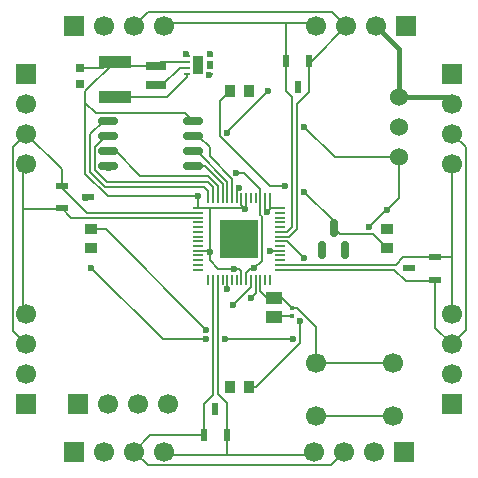
<source format=gbr>
%TF.GenerationSoftware,KiCad,Pcbnew,9.0.6*%
%TF.CreationDate,2025-12-07T19:21:49-08:00*%
%TF.ProjectId,redstone_lamp,72656473-746f-46e6-955f-6c616d702e6b,rev?*%
%TF.SameCoordinates,Original*%
%TF.FileFunction,Copper,L1,Top*%
%TF.FilePolarity,Positive*%
%FSLAX46Y46*%
G04 Gerber Fmt 4.6, Leading zero omitted, Abs format (unit mm)*
G04 Created by KiCad (PCBNEW 9.0.6) date 2025-12-07 19:21:49*
%MOMM*%
%LPD*%
G01*
G04 APERTURE LIST*
G04 Aperture macros list*
%AMRoundRect*
0 Rectangle with rounded corners*
0 $1 Rounding radius*
0 $2 $3 $4 $5 $6 $7 $8 $9 X,Y pos of 4 corners*
0 Add a 4 corners polygon primitive as box body*
4,1,4,$2,$3,$4,$5,$6,$7,$8,$9,$2,$3,0*
0 Add four circle primitives for the rounded corners*
1,1,$1+$1,$2,$3*
1,1,$1+$1,$4,$5*
1,1,$1+$1,$6,$7*
1,1,$1+$1,$8,$9*
0 Add four rect primitives between the rounded corners*
20,1,$1+$1,$2,$3,$4,$5,0*
20,1,$1+$1,$4,$5,$6,$7,0*
20,1,$1+$1,$6,$7,$8,$9,0*
20,1,$1+$1,$8,$9,$2,$3,0*%
G04 Aperture macros list end*
%TA.AperFunction,ComponentPad*%
%ADD10C,1.524000*%
%TD*%
%TA.AperFunction,SMDPad,CuDef*%
%ADD11R,1.000000X0.950000*%
%TD*%
%TA.AperFunction,SMDPad,CuDef*%
%ADD12R,0.950000X1.000000*%
%TD*%
%TA.AperFunction,ComponentPad*%
%ADD13C,1.700000*%
%TD*%
%TA.AperFunction,SMDPad,CuDef*%
%ADD14RoundRect,0.062500X0.187500X0.062500X-0.187500X0.062500X-0.187500X-0.062500X0.187500X-0.062500X0*%
%TD*%
%TA.AperFunction,HeatsinkPad*%
%ADD15C,0.600000*%
%TD*%
%TA.AperFunction,SMDPad,CuDef*%
%ADD16R,0.900000X1.600000*%
%TD*%
%TA.AperFunction,ComponentPad*%
%ADD17R,1.700000X1.700000*%
%TD*%
%TA.AperFunction,SMDPad,CuDef*%
%ADD18R,0.420000X0.460000*%
%TD*%
%TA.AperFunction,SMDPad,CuDef*%
%ADD19R,1.800000X0.800000*%
%TD*%
%TA.AperFunction,SMDPad,CuDef*%
%ADD20R,1.100000X0.600000*%
%TD*%
%TA.AperFunction,SMDPad,CuDef*%
%ADD21R,0.700000X0.650000*%
%TD*%
%TA.AperFunction,SMDPad,CuDef*%
%ADD22R,2.700000X1.100000*%
%TD*%
%TA.AperFunction,SMDPad,CuDef*%
%ADD23RoundRect,0.162500X-0.650000X-0.162500X0.650000X-0.162500X0.650000X0.162500X-0.650000X0.162500X0*%
%TD*%
%TA.AperFunction,SMDPad,CuDef*%
%ADD24RoundRect,0.150000X0.150000X-0.587500X0.150000X0.587500X-0.150000X0.587500X-0.150000X-0.587500X0*%
%TD*%
%TA.AperFunction,SMDPad,CuDef*%
%ADD25RoundRect,0.050000X-0.387500X-0.050000X0.387500X-0.050000X0.387500X0.050000X-0.387500X0.050000X0*%
%TD*%
%TA.AperFunction,SMDPad,CuDef*%
%ADD26RoundRect,0.050000X-0.050000X-0.387500X0.050000X-0.387500X0.050000X0.387500X-0.050000X0.387500X0*%
%TD*%
%TA.AperFunction,HeatsinkPad*%
%ADD27R,3.200000X3.200000*%
%TD*%
%TA.AperFunction,SMDPad,CuDef*%
%ADD28R,1.470000X1.020000*%
%TD*%
%TA.AperFunction,SMDPad,CuDef*%
%ADD29R,0.600000X1.100000*%
%TD*%
%TA.AperFunction,ViaPad*%
%ADD30C,0.600000*%
%TD*%
%TA.AperFunction,Conductor*%
%ADD31C,0.200000*%
%TD*%
%TA.AperFunction,Conductor*%
%ADD32C,0.400000*%
%TD*%
G04 APERTURE END LIST*
D10*
%TO.P,U2,1,Vin*%
%TO.N,VCC*%
X148500000Y-43000000D03*
%TO.P,U2,2,GND*%
%TO.N,GND*%
X148500000Y-45540000D03*
%TO.P,U2,3,Vout*%
%TO.N,/5V_LOCAL*%
X148500000Y-48080000D03*
%TD*%
D11*
%TO.P,D2,1,K*%
%TO.N,Net-(D1-K)*%
X147500000Y-55800000D03*
%TO.P,D2,2,A*%
%TO.N,Net-(D2-A)*%
X147500000Y-54200000D03*
%TD*%
%TO.P,D4,1,K*%
%TO.N,Net-(D1-K)*%
X122500000Y-54200000D03*
%TO.P,D4,2,A*%
%TO.N,Net-(D4-A)*%
X122500000Y-55800000D03*
%TD*%
D12*
%TO.P,D3,1,K*%
%TO.N,Net-(D1-K)*%
X135800000Y-67500000D03*
%TO.P,D3,2,A*%
%TO.N,Net-(D3-A)*%
X134200000Y-67500000D03*
%TD*%
D13*
%TO.P,SW1,1,A*%
%TO.N,/3.3V_LOCAL*%
X148000000Y-70000000D03*
X141500000Y-70000000D03*
%TO.P,SW1,2,B*%
%TO.N,Net-(SW1-B)*%
X148000000Y-65500000D03*
X141500000Y-65500000D03*
%TD*%
D14*
%TO.P,U3,1,PGND*%
%TO.N,GND*%
X132500000Y-41000000D03*
%TO.P,U3,2,VIN*%
%TO.N,/5V_LOCAL*%
X132500000Y-40500000D03*
%TO.P,U3,3,EN*%
X132500000Y-40000000D03*
%TO.P,U3,4,AGND*%
%TO.N,GND*%
X132500000Y-39500000D03*
%TO.P,U3,5,FB*%
X130600000Y-39500000D03*
%TO.P,U3,6,VOS*%
%TO.N,/3.3V_LOCAL*%
X130600000Y-40000000D03*
%TO.P,U3,7,SW*%
%TO.N,Net-(U3-SW)*%
X130600000Y-40500000D03*
%TO.P,U3,8,PG*%
%TO.N,Net-(U3-PG)*%
X130600000Y-41000000D03*
D15*
%TO.P,U3,9,PAD*%
%TO.N,GND*%
X131550000Y-40750000D03*
D16*
X131550000Y-40250000D03*
D15*
X131550000Y-39750000D03*
%TD*%
D17*
%TO.P,J9,1,Pin_1*%
%TO.N,GND*%
X121380000Y-69000000D03*
D13*
%TO.P,J9,2,Pin_2*%
%TO.N,Net-(J9-Pin_2)*%
X123920000Y-69000000D03*
%TO.P,J9,3,Pin_3*%
%TO.N,Net-(J9-Pin_3)*%
X126460000Y-69000000D03*
%TO.P,J9,4,Pin_4*%
%TO.N,/3.3V_LOCAL*%
X129000000Y-69000000D03*
%TD*%
D18*
%TO.P,C7,1,1*%
%TO.N,Net-(SW1-B)*%
X139500000Y-60840000D03*
%TO.P,C7,2,2*%
%TO.N,GND*%
X139500000Y-61500000D03*
%TD*%
D17*
%TO.P,J8,1,Pin_1*%
%TO.N,GND*%
X116975000Y-69000000D03*
D13*
%TO.P,J8,2,Pin_2*%
%TO.N,VCC*%
X116975000Y-66460000D03*
%TO.P,J8,3,Pin_3*%
%TO.N,/W_TX*%
X116975000Y-63920000D03*
%TO.P,J8,4,Pin_4*%
%TO.N,/W_RX*%
X116975000Y-61380000D03*
%TD*%
D17*
%TO.P,J4,1,Pin_1*%
%TO.N,GND*%
X153000000Y-69000000D03*
D13*
%TO.P,J4,2,Pin_2*%
%TO.N,VCC*%
X153000000Y-66460000D03*
%TO.P,J4,3,Pin_3*%
%TO.N,/E_TX*%
X153000000Y-63920000D03*
%TO.P,J4,4,Pin_4*%
%TO.N,/E_RX*%
X153000000Y-61380000D03*
%TD*%
D19*
%TO.P,L1,1,1*%
%TO.N,/3.3V_LOCAL*%
X128000000Y-40400000D03*
%TO.P,L1,2,2*%
%TO.N,Net-(U3-SW)*%
X128000000Y-42000000D03*
%TD*%
D20*
%TO.P,D18,1,K1*%
%TO.N,/E_TX*%
X151600000Y-58450000D03*
%TO.P,D18,2,K2*%
%TO.N,/E_RX*%
X151600000Y-56550000D03*
%TO.P,D18,3,COM_A*%
%TO.N,GND*%
X149400000Y-57500000D03*
%TD*%
D12*
%TO.P,D1,1,K*%
%TO.N,Net-(D1-K)*%
X134200000Y-42500000D03*
%TO.P,D1,2,A*%
%TO.N,Net-(D1-A)*%
X135800000Y-42500000D03*
%TD*%
D17*
%TO.P,J1,1,Pin_1*%
%TO.N,GND*%
X121000000Y-37000000D03*
D13*
%TO.P,J1,2,Pin_2*%
%TO.N,VCC*%
X123540000Y-37000000D03*
%TO.P,J1,3,Pin_3*%
%TO.N,/N_TX*%
X126080000Y-37000000D03*
%TO.P,J1,4,Pin_4*%
%TO.N,/N_RX*%
X128620000Y-37000000D03*
%TD*%
D21*
%TO.P,C5,1,1*%
%TO.N,/3.3V_LOCAL*%
X121500000Y-40500000D03*
%TO.P,C5,2,2*%
%TO.N,GND*%
X121500000Y-41850000D03*
%TD*%
D22*
%TO.P,R17,1*%
%TO.N,/3.3V_LOCAL*%
X124500000Y-40000000D03*
%TO.P,R17,2*%
%TO.N,Net-(U3-PG)*%
X124500000Y-43000000D03*
%TD*%
D17*
%TO.P,J2,1,Pin_1*%
%TO.N,GND*%
X149120000Y-37000000D03*
D13*
%TO.P,J2,2,Pin_2*%
%TO.N,VCC*%
X146580000Y-37000000D03*
%TO.P,J2,3,Pin_3*%
%TO.N,/N_TX*%
X144040000Y-37000000D03*
%TO.P,J2,4,Pin_4*%
%TO.N,/N_RX*%
X141500000Y-37000000D03*
%TD*%
D20*
%TO.P,D21,1,K1*%
%TO.N,/W_TX*%
X120000000Y-50500000D03*
%TO.P,D21,2,K2*%
%TO.N,/W_RX*%
X120000000Y-52400000D03*
%TO.P,D21,3,COM_A*%
%TO.N,GND*%
X122200000Y-51450000D03*
%TD*%
D23*
%TO.P,U5,1,~{CS}*%
%TO.N,Net-(U1-QSPI_SS)*%
X123912500Y-45000000D03*
%TO.P,U5,2,DO/IO_{1}*%
%TO.N,Net-(U1-QSPI_SD1)*%
X123912500Y-46270000D03*
%TO.P,U5,3,~{WP}/IO_{2}*%
%TO.N,Net-(U1-QSPI_SD2)*%
X123912500Y-47540000D03*
%TO.P,U5,4,GND*%
%TO.N,GND*%
X123912500Y-48810000D03*
%TO.P,U5,5,DI/IO_{0}*%
%TO.N,Net-(U1-QSPI_SD0)*%
X131087500Y-48810000D03*
%TO.P,U5,6,CLK*%
%TO.N,Net-(U1-QSPI_SCLK)*%
X131087500Y-47540000D03*
%TO.P,U5,7,~{HOLD}/~{RESET}/IO_{3}*%
%TO.N,Net-(U1-QSPI_SD3)*%
X131087500Y-46270000D03*
%TO.P,U5,8,VCC*%
%TO.N,/3.3V_LOCAL*%
X131087500Y-45000000D03*
%TD*%
D17*
%TO.P,J6,1,Pin_1*%
%TO.N,GND*%
X149000000Y-73025000D03*
D13*
%TO.P,J6,2,Pin_2*%
%TO.N,VCC*%
X146460000Y-73025000D03*
%TO.P,J6,3,Pin_3*%
%TO.N,/S_TX*%
X143920000Y-73025000D03*
%TO.P,J6,4,Pin_4*%
%TO.N,/S_RX*%
X141380000Y-73025000D03*
%TD*%
D24*
%TO.P,Q2,1,B*%
%TO.N,Net-(Q2-B)*%
X142050000Y-55937500D03*
%TO.P,Q2,2,E*%
%TO.N,GND*%
X143950000Y-55937500D03*
%TO.P,Q2,3,C*%
%TO.N,Net-(D1-K)*%
X143000000Y-54062500D03*
%TD*%
D25*
%TO.P,U1,1,IOVDD*%
%TO.N,/3.3V_LOCAL*%
X131562500Y-52400000D03*
%TO.P,U1,2,GPIO0*%
%TO.N,/W_TX*%
X131562500Y-52800001D03*
%TO.P,U1,3,GPIO1*%
%TO.N,/W_RX*%
X131562500Y-53200000D03*
%TO.P,U1,4,GPIO2*%
%TO.N,unconnected-(U1-GPIO2-Pad4)*%
X131562500Y-53600000D03*
%TO.P,U1,5,GPIO3*%
%TO.N,unconnected-(U1-GPIO3-Pad5)*%
X131562500Y-54000000D03*
%TO.P,U1,6,GPIO4*%
%TO.N,unconnected-(U1-GPIO4-Pad6)*%
X131562500Y-54399999D03*
%TO.P,U1,7,GPIO5*%
%TO.N,unconnected-(U1-GPIO5-Pad7)*%
X131562500Y-54800000D03*
%TO.P,U1,8,GPIO6*%
%TO.N,unconnected-(U1-GPIO6-Pad8)*%
X131562500Y-55200000D03*
%TO.P,U1,9,GPIO7*%
%TO.N,unconnected-(U1-GPIO7-Pad9)*%
X131562500Y-55600001D03*
%TO.P,U1,10,IOVDD*%
%TO.N,/3.3V_LOCAL*%
X131562500Y-56000000D03*
%TO.P,U1,11,GPIO8*%
%TO.N,unconnected-(U1-GPIO8-Pad11)*%
X131562500Y-56400000D03*
%TO.P,U1,12,GPIO9*%
%TO.N,unconnected-(U1-GPIO9-Pad12)*%
X131562500Y-56800000D03*
%TO.P,U1,13,GPIO10*%
%TO.N,unconnected-(U1-GPIO10-Pad13)*%
X131562500Y-57199999D03*
%TO.P,U1,14,GPIO11*%
%TO.N,unconnected-(U1-GPIO11-Pad14)*%
X131562500Y-57600000D03*
D26*
%TO.P,U1,15,GPIO12*%
%TO.N,unconnected-(U1-GPIO12-Pad15)*%
X132400000Y-58437500D03*
%TO.P,U1,16,GPIO13*%
%TO.N,/S_TX*%
X132800001Y-58437500D03*
%TO.P,U1,17,GPIO14*%
%TO.N,/S_RX*%
X133200000Y-58437500D03*
%TO.P,U1,18,GPIO15*%
%TO.N,unconnected-(U1-GPIO15-Pad18)*%
X133600000Y-58437500D03*
%TO.P,U1,19,TESTEN*%
%TO.N,GND*%
X134000000Y-58437500D03*
%TO.P,U1,20,XIN*%
%TO.N,unconnected-(U1-XIN-Pad20)*%
X134399999Y-58437500D03*
%TO.P,U1,21,XOUT*%
%TO.N,unconnected-(U1-XOUT-Pad21)*%
X134800000Y-58437500D03*
%TO.P,U1,22,IOVDD*%
%TO.N,/3.3V_LOCAL*%
X135200000Y-58437500D03*
%TO.P,U1,23,DVDD*%
%TO.N,Net-(U1-VREG_VOUT)*%
X135600001Y-58437500D03*
%TO.P,U1,24,SWCLK*%
%TO.N,Net-(J9-Pin_3)*%
X136000000Y-58437500D03*
%TO.P,U1,25,SWD*%
%TO.N,Net-(J9-Pin_2)*%
X136400000Y-58437500D03*
%TO.P,U1,26,RUN*%
%TO.N,Net-(SW1-B)*%
X136800000Y-58437500D03*
%TO.P,U1,27,GPIO16*%
%TO.N,unconnected-(U1-GPIO16-Pad27)*%
X137199999Y-58437500D03*
%TO.P,U1,28,GPIO17*%
%TO.N,unconnected-(U1-GPIO17-Pad28)*%
X137600000Y-58437500D03*
D25*
%TO.P,U1,29,GPIO18*%
%TO.N,/E_TX*%
X138437500Y-57600000D03*
%TO.P,U1,30,GPIO19*%
%TO.N,/E_RX*%
X138437500Y-57199999D03*
%TO.P,U1,31,GPIO20*%
%TO.N,unconnected-(U1-GPIO20-Pad31)*%
X138437500Y-56800000D03*
%TO.P,U1,32,GPIO21*%
%TO.N,unconnected-(U1-GPIO21-Pad32)*%
X138437500Y-56400000D03*
%TO.P,U1,33,IOVDD*%
%TO.N,/3.3V_LOCAL*%
X138437500Y-56000000D03*
%TO.P,U1,34,GPIO22*%
%TO.N,unconnected-(U1-GPIO22-Pad34)*%
X138437500Y-55600001D03*
%TO.P,U1,35,GPIO23*%
%TO.N,Net-(U1-GPIO23)*%
X138437500Y-55200000D03*
%TO.P,U1,36,GPIO24*%
%TO.N,/N_TX*%
X138437500Y-54800000D03*
%TO.P,U1,37,GPIO25*%
%TO.N,/N_RX*%
X138437500Y-54399999D03*
%TO.P,U1,38,GPIO26_ADC0*%
%TO.N,unconnected-(U1-GPIO26_ADC0-Pad38)*%
X138437500Y-54000000D03*
%TO.P,U1,39,GPIO27_ADC1*%
%TO.N,unconnected-(U1-GPIO27_ADC1-Pad39)*%
X138437500Y-53600000D03*
%TO.P,U1,40,GPIO28_ADC2*%
%TO.N,unconnected-(U1-GPIO28_ADC2-Pad40)*%
X138437500Y-53200000D03*
%TO.P,U1,41,GPIO29_ADC3*%
%TO.N,unconnected-(U1-GPIO29_ADC3-Pad41)*%
X138437500Y-52800001D03*
%TO.P,U1,42,IOVDD*%
%TO.N,/3.3V_LOCAL*%
X138437500Y-52400000D03*
D26*
%TO.P,U1,43,ADC_AVDD*%
X137600000Y-51562500D03*
%TO.P,U1,44,VREG_IN*%
X137199999Y-51562500D03*
%TO.P,U1,45,VREG_VOUT*%
%TO.N,Net-(U1-VREG_VOUT)*%
X136800000Y-51562500D03*
%TO.P,U1,46,USB_DM*%
%TO.N,unconnected-(U1-USB_DM-Pad46)*%
X136400000Y-51562500D03*
%TO.P,U1,47,USB_DP*%
%TO.N,unconnected-(U1-USB_DP-Pad47)*%
X136000000Y-51562500D03*
%TO.P,U1,48,USB_VDD*%
%TO.N,/3.3V_LOCAL*%
X135600001Y-51562500D03*
%TO.P,U1,49,IOVDD*%
X135200000Y-51562500D03*
%TO.P,U1,50,DVDD*%
%TO.N,Net-(U1-VREG_VOUT)*%
X134800000Y-51562500D03*
%TO.P,U1,51,QSPI_SD3*%
%TO.N,Net-(U1-QSPI_SD3)*%
X134399999Y-51562500D03*
%TO.P,U1,52,QSPI_SCLK*%
%TO.N,Net-(U1-QSPI_SCLK)*%
X134000000Y-51562500D03*
%TO.P,U1,53,QSPI_SD0*%
%TO.N,Net-(U1-QSPI_SD0)*%
X133600000Y-51562500D03*
%TO.P,U1,54,QSPI_SD2*%
%TO.N,Net-(U1-QSPI_SD2)*%
X133200000Y-51562500D03*
%TO.P,U1,55,QSPI_SD1*%
%TO.N,Net-(U1-QSPI_SD1)*%
X132800001Y-51562500D03*
%TO.P,U1,56,QSPI_SS*%
%TO.N,Net-(U1-QSPI_SS)*%
X132400000Y-51562500D03*
D27*
%TO.P,U1,57,GND*%
%TO.N,GND*%
X135000000Y-55000000D03*
%TD*%
D28*
%TO.P,C6,1,1*%
%TO.N,Net-(SW1-B)*%
X138000000Y-60000000D03*
%TO.P,C6,2,2*%
%TO.N,GND*%
X138000000Y-61600000D03*
%TD*%
D17*
%TO.P,J5,1,Pin_1*%
%TO.N,GND*%
X121000000Y-73000000D03*
D13*
%TO.P,J5,2,Pin_2*%
%TO.N,VCC*%
X123540000Y-73000000D03*
%TO.P,J5,3,Pin_3*%
%TO.N,/S_TX*%
X126080000Y-73000000D03*
%TO.P,J5,4,Pin_4*%
%TO.N,/S_RX*%
X128620000Y-73000000D03*
%TD*%
D29*
%TO.P,D17,1,K1*%
%TO.N,/N_TX*%
X140900000Y-39900000D03*
%TO.P,D17,2,K2*%
%TO.N,/N_RX*%
X139000000Y-39900000D03*
%TO.P,D17,3,COM_A*%
%TO.N,GND*%
X139950000Y-42100000D03*
%TD*%
%TO.P,D20,1,K1*%
%TO.N,/S_TX*%
X132050000Y-71600000D03*
%TO.P,D20,2,K2*%
%TO.N,/S_RX*%
X133950000Y-71600000D03*
%TO.P,D20,3,COM_A*%
%TO.N,GND*%
X133000000Y-69400000D03*
%TD*%
D17*
%TO.P,J7,1,Pin_1*%
%TO.N,GND*%
X117000000Y-41000000D03*
D13*
%TO.P,J7,2,Pin_2*%
%TO.N,VCC*%
X117000000Y-43540000D03*
%TO.P,J7,3,Pin_3*%
%TO.N,/W_TX*%
X117000000Y-46080000D03*
%TO.P,J7,4,Pin_4*%
%TO.N,/W_RX*%
X117000000Y-48620000D03*
%TD*%
D17*
%TO.P,J3,1,Pin_1*%
%TO.N,GND*%
X153025000Y-41000000D03*
D13*
%TO.P,J3,2,Pin_2*%
%TO.N,VCC*%
X153025000Y-43540000D03*
%TO.P,J3,3,Pin_3*%
%TO.N,/E_TX*%
X153025000Y-46080000D03*
%TO.P,J3,4,Pin_4*%
%TO.N,/E_RX*%
X153025000Y-48620000D03*
%TD*%
D30*
%TO.N,/5V_LOCAL*%
X132200001Y-63500000D03*
X122500000Y-57450000D03*
X132580000Y-40280000D03*
X140501000Y-45500000D03*
X146000000Y-54000000D03*
X133800000Y-63500000D03*
X137450000Y-42500000D03*
X134000000Y-46000000D03*
X139600000Y-63500000D03*
X147500000Y-52550000D03*
%TO.N,GND*%
X135000000Y-56000000D03*
X132538845Y-39375000D03*
X132461137Y-41125000D03*
X134000000Y-54000000D03*
X149400000Y-57500000D03*
X134000000Y-56000000D03*
X136000000Y-55000000D03*
X136000000Y-56000000D03*
X122000000Y-51500000D03*
X135000000Y-55000000D03*
X143900000Y-56000000D03*
X133990306Y-59257819D03*
X135000000Y-54000000D03*
X130503362Y-39375000D03*
X136000000Y-54000000D03*
X121500000Y-42000000D03*
X134000000Y-55000000D03*
X138000000Y-61500000D03*
X139950000Y-42100000D03*
X124000000Y-49000000D03*
X133000000Y-69500000D03*
%TO.N,/3.3V_LOCAL*%
X137400000Y-52700000D03*
X134533207Y-57506166D03*
X132500000Y-56100000D03*
X131500000Y-51400000D03*
X137624698Y-56000134D03*
X135500000Y-52429998D03*
%TO.N,Net-(U1-VREG_VOUT)*%
X134770000Y-49421471D03*
X134999999Y-50645229D03*
X136300000Y-57500000D03*
%TO.N,Net-(D1-A)*%
X135800000Y-42500000D03*
%TO.N,Net-(D2-A)*%
X147500000Y-54200000D03*
%TO.N,Net-(D3-A)*%
X134200000Y-67500000D03*
%TO.N,Net-(D4-A)*%
X122500000Y-55800000D03*
%TO.N,Net-(J9-Pin_3)*%
X134500000Y-60600000D03*
%TO.N,Net-(J9-Pin_2)*%
X136000000Y-60000000D03*
%TO.N,Net-(D1-K)*%
X143000000Y-54062500D03*
X140501000Y-51000000D03*
X132200001Y-62699997D03*
X135800000Y-67500000D03*
X140186470Y-61965000D03*
X138900000Y-50500000D03*
%TO.N,Net-(U1-GPIO23)*%
X140500000Y-56599999D03*
%TO.N,Net-(Q2-B)*%
X142050000Y-55937500D03*
%TD*%
D31*
%TO.N,/5V_LOCAL*%
X132500000Y-40000000D02*
X132500000Y-40500000D01*
X147450000Y-52550000D02*
X147500000Y-52550000D01*
X139600000Y-63500000D02*
X133800000Y-63500000D01*
X132500000Y-40360000D02*
X132580000Y-40280000D01*
X128550000Y-63500000D02*
X122500000Y-57450000D01*
X143081000Y-48080000D02*
X140501000Y-45500000D01*
X132200001Y-63500000D02*
X128550000Y-63500000D01*
X148500000Y-48080000D02*
X143081000Y-48080000D01*
X132500000Y-40500000D02*
X132500000Y-40360000D01*
X146000000Y-54000000D02*
X147450000Y-52550000D01*
X148500000Y-48080000D02*
X148500000Y-51550000D01*
X134000000Y-45950000D02*
X134000000Y-46000000D01*
X137450000Y-42500000D02*
X134000000Y-45950000D01*
X148500000Y-51550000D02*
X147500000Y-52550000D01*
%TO.N,GND*%
X122050000Y-51450000D02*
X122000000Y-51500000D01*
X139500000Y-61500000D02*
X138100000Y-61500000D01*
X123912500Y-48912500D02*
X124000000Y-49000000D01*
X122200000Y-51450000D02*
X122050000Y-51450000D01*
X133000000Y-69400000D02*
X133000000Y-69500000D01*
X134000000Y-59248125D02*
X133990306Y-59257819D01*
X143950000Y-55950000D02*
X143900000Y-56000000D01*
X138100000Y-61500000D02*
X138000000Y-61600000D01*
X132500000Y-39413845D02*
X132538845Y-39375000D01*
X130600000Y-39500000D02*
X130600000Y-39471638D01*
X121500000Y-41850000D02*
X121500000Y-42000000D01*
X138000000Y-61600000D02*
X138000000Y-61500000D01*
X123912500Y-48810000D02*
X123912500Y-48912500D01*
X143950000Y-55937500D02*
X143950000Y-55950000D01*
X134000000Y-58437500D02*
X134000000Y-59248125D01*
X132500000Y-39500000D02*
X132500000Y-39413845D01*
X132500000Y-41086137D02*
X132461137Y-41125000D01*
X132500000Y-41000000D02*
X132500000Y-41086137D01*
X130600000Y-39471638D02*
X130503362Y-39375000D01*
%TO.N,/3.3V_LOCAL*%
X132500000Y-56100000D02*
X132500000Y-52400000D01*
X135600001Y-51562500D02*
X135600001Y-52329997D01*
X131562500Y-52400000D02*
X132500000Y-52400000D01*
X135600001Y-52329997D02*
X135500000Y-52429998D01*
X124500000Y-40000000D02*
X124000000Y-40000000D01*
X132500000Y-56810000D02*
X133196166Y-57506166D01*
X135470002Y-52400000D02*
X135500000Y-52429998D01*
X131562500Y-56000000D02*
X132400000Y-56000000D01*
X124000000Y-40000000D02*
X123500000Y-40500000D01*
X133196166Y-57506166D02*
X134533207Y-57506166D01*
X132500000Y-52400000D02*
X135470002Y-52400000D01*
X141500000Y-70000000D02*
X148000000Y-70000000D01*
X135200000Y-52129998D02*
X135500000Y-52429998D01*
X137199999Y-52499999D02*
X137400000Y-52700000D01*
X138437500Y-52400000D02*
X137700000Y-52400000D01*
X137199999Y-51562500D02*
X137199999Y-52499999D01*
X123500000Y-40500000D02*
X121500000Y-40500000D01*
X131562500Y-51462500D02*
X131500000Y-51400000D01*
X128400000Y-40000000D02*
X130600000Y-40000000D01*
X121997000Y-42503000D02*
X124500000Y-40000000D01*
X137600000Y-51562500D02*
X137600000Y-52500000D01*
X122871000Y-44374000D02*
X121997000Y-43500000D01*
X137700000Y-52400000D02*
X137400000Y-52700000D01*
X121997000Y-49501190D02*
X121997000Y-43500000D01*
X128000000Y-40400000D02*
X124900000Y-40400000D01*
X131087500Y-45000000D02*
X130461500Y-44374000D01*
X130461500Y-44374000D02*
X122871000Y-44374000D01*
X131500000Y-51400000D02*
X123895810Y-51400000D01*
X135200000Y-57700000D02*
X135006166Y-57506166D01*
X121997000Y-43500000D02*
X121997000Y-42503000D01*
X135200000Y-58437500D02*
X135200000Y-57700000D01*
X138437500Y-56000000D02*
X137624832Y-56000000D01*
X132500000Y-56100000D02*
X132500000Y-56810000D01*
X137624832Y-56000000D02*
X137624698Y-56000134D01*
X135006166Y-57506166D02*
X134533207Y-57506166D01*
X131562500Y-52400000D02*
X131562500Y-51462500D01*
X137600000Y-52500000D02*
X137400000Y-52700000D01*
X123895810Y-51400000D02*
X121997000Y-49501190D01*
X124900000Y-40400000D02*
X124500000Y-40000000D01*
X132400000Y-56000000D02*
X132500000Y-56100000D01*
X128000000Y-40400000D02*
X128400000Y-40000000D01*
X135200000Y-51562500D02*
X135200000Y-52129998D01*
D32*
%TO.N,VCC*%
X152485000Y-43000000D02*
X153025000Y-43540000D01*
X148500000Y-43000000D02*
X148500000Y-38920000D01*
X148500000Y-43000000D02*
X152485000Y-43000000D01*
X148500000Y-38920000D02*
X146580000Y-37000000D01*
D31*
%TO.N,Net-(U1-VREG_VOUT)*%
X136300000Y-57500000D02*
X136302000Y-57500000D01*
X135600001Y-57899999D02*
X136000000Y-57500000D01*
X136000000Y-57500000D02*
X136300000Y-57500000D01*
X136800000Y-52998000D02*
X136901000Y-53099000D01*
X136901000Y-53099000D02*
X136901000Y-56901000D01*
X136800000Y-51562500D02*
X136800000Y-50800000D01*
X134800000Y-51562500D02*
X134800000Y-50845228D01*
X136800000Y-50800000D02*
X135421471Y-49421471D01*
X136800000Y-51562500D02*
X136800000Y-52998000D01*
X134800000Y-50845228D02*
X134999999Y-50645229D01*
X135600001Y-58437500D02*
X135600001Y-57899999D01*
X135421471Y-49421471D02*
X134770000Y-49421471D01*
X136302000Y-57500000D02*
X136901000Y-56901000D01*
%TO.N,/N_RX*%
X139000000Y-42500000D02*
X139500000Y-43000000D01*
X139500000Y-54000000D02*
X139100001Y-54399999D01*
X139000000Y-39900000D02*
X139000000Y-36699000D01*
X141199000Y-36699000D02*
X141500000Y-37000000D01*
X139100001Y-54399999D02*
X138437500Y-54399999D01*
X139000000Y-36699000D02*
X128921000Y-36699000D01*
X128921000Y-36699000D02*
X128620000Y-37000000D01*
X139000000Y-39900000D02*
X139000000Y-42500000D01*
X139000000Y-36699000D02*
X141199000Y-36699000D01*
X139500000Y-43000000D02*
X139500000Y-54000000D01*
%TO.N,/N_TX*%
X138437500Y-54800000D02*
X139265102Y-54800000D01*
X141140000Y-39900000D02*
X144040000Y-37000000D01*
X142864000Y-35824000D02*
X144040000Y-37000000D01*
X139901000Y-54166100D02*
X139901000Y-43599000D01*
X140900000Y-42600000D02*
X140900000Y-39900000D01*
X127256000Y-35824000D02*
X142864000Y-35824000D01*
X139266101Y-54800999D02*
X139901000Y-54166100D01*
X127256000Y-35824000D02*
X126080000Y-37000000D01*
X139901000Y-43599000D02*
X140900000Y-42600000D01*
X140900000Y-39900000D02*
X141140000Y-39900000D01*
X139265102Y-54800000D02*
X139266101Y-54800999D01*
%TO.N,/E_TX*%
X154176000Y-62744000D02*
X153000000Y-63920000D01*
X154176000Y-47231000D02*
X154176000Y-57000000D01*
X151449000Y-58601000D02*
X151600000Y-58450000D01*
X154176000Y-57000000D02*
X154176000Y-58998765D01*
X151600000Y-62520000D02*
X151600000Y-58450000D01*
X148100000Y-57600000D02*
X149101000Y-58601000D01*
X154176000Y-59000000D02*
X154176000Y-62744000D01*
X151600000Y-62520000D02*
X153000000Y-63920000D01*
X153025000Y-46080000D02*
X154176000Y-47231000D01*
X138437500Y-57600000D02*
X148100000Y-57600000D01*
X154174765Y-59000000D02*
X154176000Y-59000000D01*
X149101000Y-58601000D02*
X151449000Y-58601000D01*
X154176000Y-58998765D02*
X154174765Y-59000000D01*
%TO.N,/E_RX*%
X153025000Y-56500000D02*
X153025000Y-57000000D01*
X148898000Y-56550000D02*
X151600000Y-56550000D01*
X153025000Y-48620000D02*
X153025000Y-56500000D01*
X153025000Y-61355000D02*
X153000000Y-61380000D01*
X152975000Y-56550000D02*
X153025000Y-56500000D01*
X148248001Y-57199999D02*
X148898000Y-56550000D01*
X138437500Y-57199999D02*
X148248001Y-57199999D01*
X151600000Y-56550000D02*
X152975000Y-56550000D01*
X153025000Y-57000000D02*
X153025000Y-61355000D01*
%TO.N,/S_RX*%
X134000000Y-73301000D02*
X141104000Y-73301000D01*
X133950000Y-68898000D02*
X133950000Y-71600000D01*
X128921000Y-73301000D02*
X128620000Y-73000000D01*
X132500000Y-73301000D02*
X128921000Y-73301000D01*
X133950000Y-73251000D02*
X134000000Y-73301000D01*
X132500000Y-73301000D02*
X134000000Y-73301000D01*
X133200000Y-68148000D02*
X133950000Y-68898000D01*
X133200000Y-58437500D02*
X133200000Y-68148000D01*
X141104000Y-73301000D02*
X141380000Y-73025000D01*
X133950000Y-71600000D02*
X133950000Y-73251000D01*
%TO.N,/S_TX*%
X143920000Y-73025000D02*
X142769000Y-74176000D01*
X132050000Y-68950000D02*
X132050000Y-71600000D01*
X132800001Y-58437500D02*
X132800001Y-68199999D01*
X142769000Y-74176000D02*
X127256000Y-74176000D01*
X132800001Y-68199999D02*
X132050000Y-68950000D01*
X126080000Y-73000000D02*
X127480000Y-71600000D01*
X127480000Y-71600000D02*
X132050000Y-71600000D01*
X127256000Y-74176000D02*
X126080000Y-73000000D01*
%TO.N,/W_RX*%
X119900000Y-52500000D02*
X120000000Y-52400000D01*
X120800000Y-53200000D02*
X120000000Y-52400000D01*
X116699000Y-52500000D02*
X116699000Y-48921000D01*
X131562500Y-53200000D02*
X120800000Y-53200000D01*
X116699000Y-48921000D02*
X117000000Y-48620000D01*
X116699000Y-52500000D02*
X119900000Y-52500000D01*
X116699000Y-52500000D02*
X116699000Y-61104000D01*
X116699000Y-61104000D02*
X116975000Y-61380000D01*
%TO.N,/W_TX*%
X131562500Y-52800001D02*
X122098001Y-52800001D01*
X115824000Y-62769000D02*
X116975000Y-63920000D01*
X115824000Y-47256000D02*
X115824000Y-62769000D01*
X120000000Y-49080000D02*
X117000000Y-46080000D01*
X120000000Y-50702000D02*
X120000000Y-50500000D01*
X120000000Y-50500000D02*
X120000000Y-49080000D01*
X117000000Y-46080000D02*
X115824000Y-47256000D01*
X122098001Y-52800001D02*
X120000000Y-50702000D01*
%TO.N,Net-(J9-Pin_3)*%
X136000000Y-59100000D02*
X134500000Y-60600000D01*
X136000000Y-58437500D02*
X136000000Y-59100000D01*
%TO.N,Net-(J9-Pin_2)*%
X136400000Y-59600000D02*
X136400000Y-58437500D01*
X136000000Y-60000000D02*
X136400000Y-59600000D01*
%TO.N,Net-(U3-SW)*%
X130000000Y-40500000D02*
X130600000Y-40500000D01*
X128500000Y-42000000D02*
X130000000Y-40500000D01*
X128000000Y-42000000D02*
X128500000Y-42000000D01*
%TO.N,Net-(U3-PG)*%
X128902000Y-43000000D02*
X130600000Y-41302000D01*
X124500000Y-43000000D02*
X128902000Y-43000000D01*
X130600000Y-41302000D02*
X130600000Y-41000000D01*
%TO.N,Net-(U1-QSPI_SD2)*%
X133200000Y-50475975D02*
X132362012Y-49637987D01*
X132362012Y-49637987D02*
X126637987Y-49637987D01*
X126637987Y-49637987D02*
X124540000Y-47540000D01*
X133200000Y-51562500D02*
X133200000Y-50475975D01*
X124540000Y-47540000D02*
X123912500Y-47540000D01*
X124490005Y-47635000D02*
X123912500Y-47635000D01*
%TO.N,Net-(U1-QSPI_SCLK)*%
X131493225Y-47635000D02*
X131087500Y-47635000D01*
X134000000Y-50141775D02*
X131493225Y-47635000D01*
X134000000Y-51562500D02*
X134000000Y-50141775D01*
%TO.N,Net-(U1-QSPI_SS)*%
X122398000Y-49335090D02*
X122398000Y-46152001D01*
X123550001Y-45000000D02*
X123912500Y-45000000D01*
X132400000Y-51562500D02*
X132400000Y-50900000D01*
X123405000Y-45095000D02*
X123912500Y-45095000D01*
X132400000Y-50900000D02*
X132072537Y-50572537D01*
X122398000Y-46152001D02*
X123550001Y-45000000D01*
X123635447Y-50572537D02*
X122398000Y-49335090D01*
X132072537Y-50572537D02*
X123635447Y-50572537D01*
%TO.N,Net-(U1-QSPI_SD3)*%
X132500000Y-47250000D02*
X131615000Y-46365000D01*
X134399999Y-49899999D02*
X132500000Y-48000000D01*
X131615000Y-46365000D02*
X131087500Y-46365000D01*
X134399999Y-51562500D02*
X134399999Y-49899999D01*
X132500000Y-48000000D02*
X132500000Y-47250000D01*
%TO.N,Net-(U1-QSPI_SD0)*%
X133600000Y-50308875D02*
X132101125Y-48810000D01*
X132101125Y-48810000D02*
X131087500Y-48810000D01*
X133600000Y-51562500D02*
X133600000Y-50308875D01*
%TO.N,Net-(U1-QSPI_SD1)*%
X132328462Y-50171537D02*
X123801547Y-50171537D01*
X132800001Y-51562500D02*
X132800001Y-50643076D01*
X123801547Y-50171537D02*
X122799000Y-49168990D01*
X132800001Y-50643076D02*
X132328462Y-50171537D01*
X122799000Y-47181010D02*
X123710010Y-46270000D01*
X122799000Y-49168990D02*
X122799000Y-47181010D01*
X123710010Y-46270000D02*
X123912500Y-46270000D01*
%TO.N,Net-(SW1-B)*%
X141500000Y-65500000D02*
X148000000Y-65500000D01*
X137367100Y-60000000D02*
X138000000Y-60000000D01*
X141500000Y-62430000D02*
X141500000Y-65500000D01*
X136800000Y-59432900D02*
X137367100Y-60000000D01*
X136800000Y-58437500D02*
X136800000Y-59432900D01*
X138000000Y-60000000D02*
X138660000Y-60000000D01*
X139910000Y-60840000D02*
X141500000Y-62430000D01*
X139500000Y-60840000D02*
X139910000Y-60840000D01*
X138660000Y-60000000D02*
X139500000Y-60840000D01*
%TO.N,Net-(D1-K)*%
X123700000Y-54200000D02*
X122500000Y-54200000D01*
X143000000Y-53499000D02*
X140501000Y-51000000D01*
X143538500Y-54601000D02*
X146301000Y-54601000D01*
X146301000Y-54601000D02*
X147500000Y-55800000D01*
X136475000Y-67500000D02*
X135800000Y-67500000D01*
X134200000Y-42500000D02*
X133399000Y-43301000D01*
X147500000Y-55800000D02*
X147500000Y-56000000D01*
X133399000Y-43301000D02*
X133399000Y-46248943D01*
X137650057Y-50500000D02*
X138900000Y-50500000D01*
X140186470Y-61965000D02*
X140201000Y-61979530D01*
X140201000Y-61979530D02*
X140201000Y-63774000D01*
X140501000Y-51000000D02*
X140501000Y-51001000D01*
X132200001Y-62699997D02*
X132199997Y-62699997D01*
X143000000Y-54062500D02*
X143538500Y-54601000D01*
X134200000Y-42500000D02*
X134000000Y-42500000D01*
X132199997Y-62699997D02*
X123700000Y-54200000D01*
X140201000Y-63774000D02*
X136475000Y-67500000D01*
X133399000Y-46248943D02*
X137650057Y-50500000D01*
X143000000Y-54062500D02*
X143000000Y-53499000D01*
%TO.N,unconnected-(U1-GPIO11-Pad14)*%
X131562500Y-57600000D02*
X131400000Y-57600000D01*
%TO.N,Net-(U1-GPIO23)*%
X138437500Y-55200000D02*
X139100001Y-55200000D01*
X139100001Y-55200000D02*
X140500000Y-56599999D01*
%TD*%
M02*

</source>
